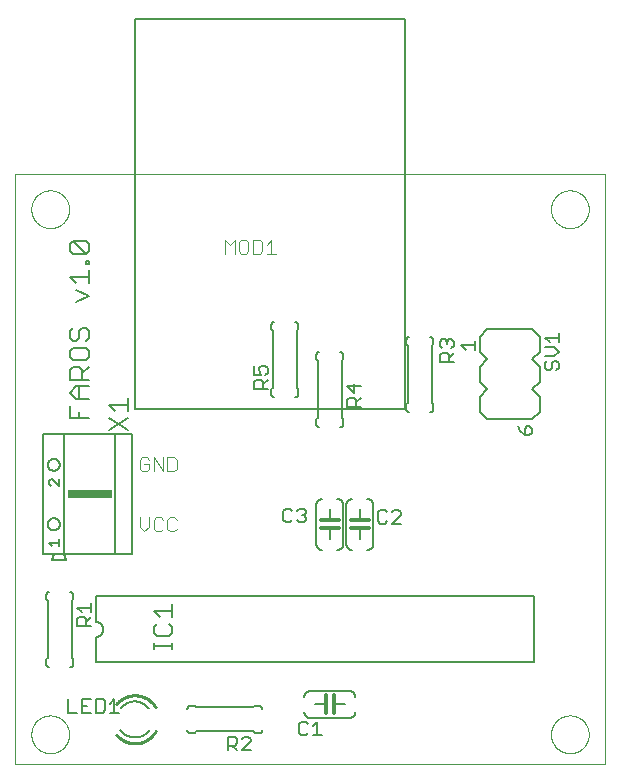
<source format=gto>
G75*
%MOIN*%
%OFA0B0*%
%FSLAX25Y25*%
%IPPOS*%
%LPD*%
%AMOC8*
5,1,8,0,0,1.08239X$1,22.5*
%
%ADD10C,0.00000*%
%ADD11C,0.00600*%
%ADD12C,0.00400*%
%ADD13C,0.01200*%
%ADD14C,0.00500*%
%ADD15C,0.00700*%
%ADD16C,0.01000*%
%ADD17R,0.15000X0.03000*%
D10*
X0011800Y0011800D02*
X0011800Y0208650D01*
X0208650Y0208650D01*
X0208650Y0011800D01*
X0011800Y0011800D01*
X0017312Y0021800D02*
X0017314Y0021958D01*
X0017320Y0022116D01*
X0017330Y0022274D01*
X0017344Y0022432D01*
X0017362Y0022589D01*
X0017383Y0022746D01*
X0017409Y0022902D01*
X0017439Y0023058D01*
X0017472Y0023213D01*
X0017510Y0023366D01*
X0017551Y0023519D01*
X0017596Y0023671D01*
X0017645Y0023822D01*
X0017698Y0023971D01*
X0017754Y0024119D01*
X0017814Y0024265D01*
X0017878Y0024410D01*
X0017946Y0024553D01*
X0018017Y0024695D01*
X0018091Y0024835D01*
X0018169Y0024972D01*
X0018251Y0025108D01*
X0018335Y0025242D01*
X0018424Y0025373D01*
X0018515Y0025502D01*
X0018610Y0025629D01*
X0018707Y0025754D01*
X0018808Y0025876D01*
X0018912Y0025995D01*
X0019019Y0026112D01*
X0019129Y0026226D01*
X0019242Y0026337D01*
X0019357Y0026446D01*
X0019475Y0026551D01*
X0019596Y0026653D01*
X0019719Y0026753D01*
X0019845Y0026849D01*
X0019973Y0026942D01*
X0020103Y0027032D01*
X0020236Y0027118D01*
X0020371Y0027202D01*
X0020507Y0027281D01*
X0020646Y0027358D01*
X0020787Y0027430D01*
X0020929Y0027500D01*
X0021073Y0027565D01*
X0021219Y0027627D01*
X0021366Y0027685D01*
X0021515Y0027740D01*
X0021665Y0027791D01*
X0021816Y0027838D01*
X0021968Y0027881D01*
X0022121Y0027920D01*
X0022276Y0027956D01*
X0022431Y0027987D01*
X0022587Y0028015D01*
X0022743Y0028039D01*
X0022900Y0028059D01*
X0023058Y0028075D01*
X0023215Y0028087D01*
X0023374Y0028095D01*
X0023532Y0028099D01*
X0023690Y0028099D01*
X0023848Y0028095D01*
X0024007Y0028087D01*
X0024164Y0028075D01*
X0024322Y0028059D01*
X0024479Y0028039D01*
X0024635Y0028015D01*
X0024791Y0027987D01*
X0024946Y0027956D01*
X0025101Y0027920D01*
X0025254Y0027881D01*
X0025406Y0027838D01*
X0025557Y0027791D01*
X0025707Y0027740D01*
X0025856Y0027685D01*
X0026003Y0027627D01*
X0026149Y0027565D01*
X0026293Y0027500D01*
X0026435Y0027430D01*
X0026576Y0027358D01*
X0026715Y0027281D01*
X0026851Y0027202D01*
X0026986Y0027118D01*
X0027119Y0027032D01*
X0027249Y0026942D01*
X0027377Y0026849D01*
X0027503Y0026753D01*
X0027626Y0026653D01*
X0027747Y0026551D01*
X0027865Y0026446D01*
X0027980Y0026337D01*
X0028093Y0026226D01*
X0028203Y0026112D01*
X0028310Y0025995D01*
X0028414Y0025876D01*
X0028515Y0025754D01*
X0028612Y0025629D01*
X0028707Y0025502D01*
X0028798Y0025373D01*
X0028887Y0025242D01*
X0028971Y0025108D01*
X0029053Y0024972D01*
X0029131Y0024835D01*
X0029205Y0024695D01*
X0029276Y0024553D01*
X0029344Y0024410D01*
X0029408Y0024265D01*
X0029468Y0024119D01*
X0029524Y0023971D01*
X0029577Y0023822D01*
X0029626Y0023671D01*
X0029671Y0023519D01*
X0029712Y0023366D01*
X0029750Y0023213D01*
X0029783Y0023058D01*
X0029813Y0022902D01*
X0029839Y0022746D01*
X0029860Y0022589D01*
X0029878Y0022432D01*
X0029892Y0022274D01*
X0029902Y0022116D01*
X0029908Y0021958D01*
X0029910Y0021800D01*
X0029908Y0021642D01*
X0029902Y0021484D01*
X0029892Y0021326D01*
X0029878Y0021168D01*
X0029860Y0021011D01*
X0029839Y0020854D01*
X0029813Y0020698D01*
X0029783Y0020542D01*
X0029750Y0020387D01*
X0029712Y0020234D01*
X0029671Y0020081D01*
X0029626Y0019929D01*
X0029577Y0019778D01*
X0029524Y0019629D01*
X0029468Y0019481D01*
X0029408Y0019335D01*
X0029344Y0019190D01*
X0029276Y0019047D01*
X0029205Y0018905D01*
X0029131Y0018765D01*
X0029053Y0018628D01*
X0028971Y0018492D01*
X0028887Y0018358D01*
X0028798Y0018227D01*
X0028707Y0018098D01*
X0028612Y0017971D01*
X0028515Y0017846D01*
X0028414Y0017724D01*
X0028310Y0017605D01*
X0028203Y0017488D01*
X0028093Y0017374D01*
X0027980Y0017263D01*
X0027865Y0017154D01*
X0027747Y0017049D01*
X0027626Y0016947D01*
X0027503Y0016847D01*
X0027377Y0016751D01*
X0027249Y0016658D01*
X0027119Y0016568D01*
X0026986Y0016482D01*
X0026851Y0016398D01*
X0026715Y0016319D01*
X0026576Y0016242D01*
X0026435Y0016170D01*
X0026293Y0016100D01*
X0026149Y0016035D01*
X0026003Y0015973D01*
X0025856Y0015915D01*
X0025707Y0015860D01*
X0025557Y0015809D01*
X0025406Y0015762D01*
X0025254Y0015719D01*
X0025101Y0015680D01*
X0024946Y0015644D01*
X0024791Y0015613D01*
X0024635Y0015585D01*
X0024479Y0015561D01*
X0024322Y0015541D01*
X0024164Y0015525D01*
X0024007Y0015513D01*
X0023848Y0015505D01*
X0023690Y0015501D01*
X0023532Y0015501D01*
X0023374Y0015505D01*
X0023215Y0015513D01*
X0023058Y0015525D01*
X0022900Y0015541D01*
X0022743Y0015561D01*
X0022587Y0015585D01*
X0022431Y0015613D01*
X0022276Y0015644D01*
X0022121Y0015680D01*
X0021968Y0015719D01*
X0021816Y0015762D01*
X0021665Y0015809D01*
X0021515Y0015860D01*
X0021366Y0015915D01*
X0021219Y0015973D01*
X0021073Y0016035D01*
X0020929Y0016100D01*
X0020787Y0016170D01*
X0020646Y0016242D01*
X0020507Y0016319D01*
X0020371Y0016398D01*
X0020236Y0016482D01*
X0020103Y0016568D01*
X0019973Y0016658D01*
X0019845Y0016751D01*
X0019719Y0016847D01*
X0019596Y0016947D01*
X0019475Y0017049D01*
X0019357Y0017154D01*
X0019242Y0017263D01*
X0019129Y0017374D01*
X0019019Y0017488D01*
X0018912Y0017605D01*
X0018808Y0017724D01*
X0018707Y0017846D01*
X0018610Y0017971D01*
X0018515Y0018098D01*
X0018424Y0018227D01*
X0018335Y0018358D01*
X0018251Y0018492D01*
X0018169Y0018628D01*
X0018091Y0018765D01*
X0018017Y0018905D01*
X0017946Y0019047D01*
X0017878Y0019190D01*
X0017814Y0019335D01*
X0017754Y0019481D01*
X0017698Y0019629D01*
X0017645Y0019778D01*
X0017596Y0019929D01*
X0017551Y0020081D01*
X0017510Y0020234D01*
X0017472Y0020387D01*
X0017439Y0020542D01*
X0017409Y0020698D01*
X0017383Y0020854D01*
X0017362Y0021011D01*
X0017344Y0021168D01*
X0017330Y0021326D01*
X0017320Y0021484D01*
X0017314Y0021642D01*
X0017312Y0021800D01*
X0017312Y0196839D02*
X0017314Y0196997D01*
X0017320Y0197155D01*
X0017330Y0197313D01*
X0017344Y0197471D01*
X0017362Y0197628D01*
X0017383Y0197785D01*
X0017409Y0197941D01*
X0017439Y0198097D01*
X0017472Y0198252D01*
X0017510Y0198405D01*
X0017551Y0198558D01*
X0017596Y0198710D01*
X0017645Y0198861D01*
X0017698Y0199010D01*
X0017754Y0199158D01*
X0017814Y0199304D01*
X0017878Y0199449D01*
X0017946Y0199592D01*
X0018017Y0199734D01*
X0018091Y0199874D01*
X0018169Y0200011D01*
X0018251Y0200147D01*
X0018335Y0200281D01*
X0018424Y0200412D01*
X0018515Y0200541D01*
X0018610Y0200668D01*
X0018707Y0200793D01*
X0018808Y0200915D01*
X0018912Y0201034D01*
X0019019Y0201151D01*
X0019129Y0201265D01*
X0019242Y0201376D01*
X0019357Y0201485D01*
X0019475Y0201590D01*
X0019596Y0201692D01*
X0019719Y0201792D01*
X0019845Y0201888D01*
X0019973Y0201981D01*
X0020103Y0202071D01*
X0020236Y0202157D01*
X0020371Y0202241D01*
X0020507Y0202320D01*
X0020646Y0202397D01*
X0020787Y0202469D01*
X0020929Y0202539D01*
X0021073Y0202604D01*
X0021219Y0202666D01*
X0021366Y0202724D01*
X0021515Y0202779D01*
X0021665Y0202830D01*
X0021816Y0202877D01*
X0021968Y0202920D01*
X0022121Y0202959D01*
X0022276Y0202995D01*
X0022431Y0203026D01*
X0022587Y0203054D01*
X0022743Y0203078D01*
X0022900Y0203098D01*
X0023058Y0203114D01*
X0023215Y0203126D01*
X0023374Y0203134D01*
X0023532Y0203138D01*
X0023690Y0203138D01*
X0023848Y0203134D01*
X0024007Y0203126D01*
X0024164Y0203114D01*
X0024322Y0203098D01*
X0024479Y0203078D01*
X0024635Y0203054D01*
X0024791Y0203026D01*
X0024946Y0202995D01*
X0025101Y0202959D01*
X0025254Y0202920D01*
X0025406Y0202877D01*
X0025557Y0202830D01*
X0025707Y0202779D01*
X0025856Y0202724D01*
X0026003Y0202666D01*
X0026149Y0202604D01*
X0026293Y0202539D01*
X0026435Y0202469D01*
X0026576Y0202397D01*
X0026715Y0202320D01*
X0026851Y0202241D01*
X0026986Y0202157D01*
X0027119Y0202071D01*
X0027249Y0201981D01*
X0027377Y0201888D01*
X0027503Y0201792D01*
X0027626Y0201692D01*
X0027747Y0201590D01*
X0027865Y0201485D01*
X0027980Y0201376D01*
X0028093Y0201265D01*
X0028203Y0201151D01*
X0028310Y0201034D01*
X0028414Y0200915D01*
X0028515Y0200793D01*
X0028612Y0200668D01*
X0028707Y0200541D01*
X0028798Y0200412D01*
X0028887Y0200281D01*
X0028971Y0200147D01*
X0029053Y0200011D01*
X0029131Y0199874D01*
X0029205Y0199734D01*
X0029276Y0199592D01*
X0029344Y0199449D01*
X0029408Y0199304D01*
X0029468Y0199158D01*
X0029524Y0199010D01*
X0029577Y0198861D01*
X0029626Y0198710D01*
X0029671Y0198558D01*
X0029712Y0198405D01*
X0029750Y0198252D01*
X0029783Y0198097D01*
X0029813Y0197941D01*
X0029839Y0197785D01*
X0029860Y0197628D01*
X0029878Y0197471D01*
X0029892Y0197313D01*
X0029902Y0197155D01*
X0029908Y0196997D01*
X0029910Y0196839D01*
X0029908Y0196681D01*
X0029902Y0196523D01*
X0029892Y0196365D01*
X0029878Y0196207D01*
X0029860Y0196050D01*
X0029839Y0195893D01*
X0029813Y0195737D01*
X0029783Y0195581D01*
X0029750Y0195426D01*
X0029712Y0195273D01*
X0029671Y0195120D01*
X0029626Y0194968D01*
X0029577Y0194817D01*
X0029524Y0194668D01*
X0029468Y0194520D01*
X0029408Y0194374D01*
X0029344Y0194229D01*
X0029276Y0194086D01*
X0029205Y0193944D01*
X0029131Y0193804D01*
X0029053Y0193667D01*
X0028971Y0193531D01*
X0028887Y0193397D01*
X0028798Y0193266D01*
X0028707Y0193137D01*
X0028612Y0193010D01*
X0028515Y0192885D01*
X0028414Y0192763D01*
X0028310Y0192644D01*
X0028203Y0192527D01*
X0028093Y0192413D01*
X0027980Y0192302D01*
X0027865Y0192193D01*
X0027747Y0192088D01*
X0027626Y0191986D01*
X0027503Y0191886D01*
X0027377Y0191790D01*
X0027249Y0191697D01*
X0027119Y0191607D01*
X0026986Y0191521D01*
X0026851Y0191437D01*
X0026715Y0191358D01*
X0026576Y0191281D01*
X0026435Y0191209D01*
X0026293Y0191139D01*
X0026149Y0191074D01*
X0026003Y0191012D01*
X0025856Y0190954D01*
X0025707Y0190899D01*
X0025557Y0190848D01*
X0025406Y0190801D01*
X0025254Y0190758D01*
X0025101Y0190719D01*
X0024946Y0190683D01*
X0024791Y0190652D01*
X0024635Y0190624D01*
X0024479Y0190600D01*
X0024322Y0190580D01*
X0024164Y0190564D01*
X0024007Y0190552D01*
X0023848Y0190544D01*
X0023690Y0190540D01*
X0023532Y0190540D01*
X0023374Y0190544D01*
X0023215Y0190552D01*
X0023058Y0190564D01*
X0022900Y0190580D01*
X0022743Y0190600D01*
X0022587Y0190624D01*
X0022431Y0190652D01*
X0022276Y0190683D01*
X0022121Y0190719D01*
X0021968Y0190758D01*
X0021816Y0190801D01*
X0021665Y0190848D01*
X0021515Y0190899D01*
X0021366Y0190954D01*
X0021219Y0191012D01*
X0021073Y0191074D01*
X0020929Y0191139D01*
X0020787Y0191209D01*
X0020646Y0191281D01*
X0020507Y0191358D01*
X0020371Y0191437D01*
X0020236Y0191521D01*
X0020103Y0191607D01*
X0019973Y0191697D01*
X0019845Y0191790D01*
X0019719Y0191886D01*
X0019596Y0191986D01*
X0019475Y0192088D01*
X0019357Y0192193D01*
X0019242Y0192302D01*
X0019129Y0192413D01*
X0019019Y0192527D01*
X0018912Y0192644D01*
X0018808Y0192763D01*
X0018707Y0192885D01*
X0018610Y0193010D01*
X0018515Y0193137D01*
X0018424Y0193266D01*
X0018335Y0193397D01*
X0018251Y0193531D01*
X0018169Y0193667D01*
X0018091Y0193804D01*
X0018017Y0193944D01*
X0017946Y0194086D01*
X0017878Y0194229D01*
X0017814Y0194374D01*
X0017754Y0194520D01*
X0017698Y0194668D01*
X0017645Y0194817D01*
X0017596Y0194968D01*
X0017551Y0195120D01*
X0017510Y0195273D01*
X0017472Y0195426D01*
X0017439Y0195581D01*
X0017409Y0195737D01*
X0017383Y0195893D01*
X0017362Y0196050D01*
X0017344Y0196207D01*
X0017330Y0196365D01*
X0017320Y0196523D01*
X0017314Y0196681D01*
X0017312Y0196839D01*
X0190540Y0196839D02*
X0190542Y0196997D01*
X0190548Y0197155D01*
X0190558Y0197313D01*
X0190572Y0197471D01*
X0190590Y0197628D01*
X0190611Y0197785D01*
X0190637Y0197941D01*
X0190667Y0198097D01*
X0190700Y0198252D01*
X0190738Y0198405D01*
X0190779Y0198558D01*
X0190824Y0198710D01*
X0190873Y0198861D01*
X0190926Y0199010D01*
X0190982Y0199158D01*
X0191042Y0199304D01*
X0191106Y0199449D01*
X0191174Y0199592D01*
X0191245Y0199734D01*
X0191319Y0199874D01*
X0191397Y0200011D01*
X0191479Y0200147D01*
X0191563Y0200281D01*
X0191652Y0200412D01*
X0191743Y0200541D01*
X0191838Y0200668D01*
X0191935Y0200793D01*
X0192036Y0200915D01*
X0192140Y0201034D01*
X0192247Y0201151D01*
X0192357Y0201265D01*
X0192470Y0201376D01*
X0192585Y0201485D01*
X0192703Y0201590D01*
X0192824Y0201692D01*
X0192947Y0201792D01*
X0193073Y0201888D01*
X0193201Y0201981D01*
X0193331Y0202071D01*
X0193464Y0202157D01*
X0193599Y0202241D01*
X0193735Y0202320D01*
X0193874Y0202397D01*
X0194015Y0202469D01*
X0194157Y0202539D01*
X0194301Y0202604D01*
X0194447Y0202666D01*
X0194594Y0202724D01*
X0194743Y0202779D01*
X0194893Y0202830D01*
X0195044Y0202877D01*
X0195196Y0202920D01*
X0195349Y0202959D01*
X0195504Y0202995D01*
X0195659Y0203026D01*
X0195815Y0203054D01*
X0195971Y0203078D01*
X0196128Y0203098D01*
X0196286Y0203114D01*
X0196443Y0203126D01*
X0196602Y0203134D01*
X0196760Y0203138D01*
X0196918Y0203138D01*
X0197076Y0203134D01*
X0197235Y0203126D01*
X0197392Y0203114D01*
X0197550Y0203098D01*
X0197707Y0203078D01*
X0197863Y0203054D01*
X0198019Y0203026D01*
X0198174Y0202995D01*
X0198329Y0202959D01*
X0198482Y0202920D01*
X0198634Y0202877D01*
X0198785Y0202830D01*
X0198935Y0202779D01*
X0199084Y0202724D01*
X0199231Y0202666D01*
X0199377Y0202604D01*
X0199521Y0202539D01*
X0199663Y0202469D01*
X0199804Y0202397D01*
X0199943Y0202320D01*
X0200079Y0202241D01*
X0200214Y0202157D01*
X0200347Y0202071D01*
X0200477Y0201981D01*
X0200605Y0201888D01*
X0200731Y0201792D01*
X0200854Y0201692D01*
X0200975Y0201590D01*
X0201093Y0201485D01*
X0201208Y0201376D01*
X0201321Y0201265D01*
X0201431Y0201151D01*
X0201538Y0201034D01*
X0201642Y0200915D01*
X0201743Y0200793D01*
X0201840Y0200668D01*
X0201935Y0200541D01*
X0202026Y0200412D01*
X0202115Y0200281D01*
X0202199Y0200147D01*
X0202281Y0200011D01*
X0202359Y0199874D01*
X0202433Y0199734D01*
X0202504Y0199592D01*
X0202572Y0199449D01*
X0202636Y0199304D01*
X0202696Y0199158D01*
X0202752Y0199010D01*
X0202805Y0198861D01*
X0202854Y0198710D01*
X0202899Y0198558D01*
X0202940Y0198405D01*
X0202978Y0198252D01*
X0203011Y0198097D01*
X0203041Y0197941D01*
X0203067Y0197785D01*
X0203088Y0197628D01*
X0203106Y0197471D01*
X0203120Y0197313D01*
X0203130Y0197155D01*
X0203136Y0196997D01*
X0203138Y0196839D01*
X0203136Y0196681D01*
X0203130Y0196523D01*
X0203120Y0196365D01*
X0203106Y0196207D01*
X0203088Y0196050D01*
X0203067Y0195893D01*
X0203041Y0195737D01*
X0203011Y0195581D01*
X0202978Y0195426D01*
X0202940Y0195273D01*
X0202899Y0195120D01*
X0202854Y0194968D01*
X0202805Y0194817D01*
X0202752Y0194668D01*
X0202696Y0194520D01*
X0202636Y0194374D01*
X0202572Y0194229D01*
X0202504Y0194086D01*
X0202433Y0193944D01*
X0202359Y0193804D01*
X0202281Y0193667D01*
X0202199Y0193531D01*
X0202115Y0193397D01*
X0202026Y0193266D01*
X0201935Y0193137D01*
X0201840Y0193010D01*
X0201743Y0192885D01*
X0201642Y0192763D01*
X0201538Y0192644D01*
X0201431Y0192527D01*
X0201321Y0192413D01*
X0201208Y0192302D01*
X0201093Y0192193D01*
X0200975Y0192088D01*
X0200854Y0191986D01*
X0200731Y0191886D01*
X0200605Y0191790D01*
X0200477Y0191697D01*
X0200347Y0191607D01*
X0200214Y0191521D01*
X0200079Y0191437D01*
X0199943Y0191358D01*
X0199804Y0191281D01*
X0199663Y0191209D01*
X0199521Y0191139D01*
X0199377Y0191074D01*
X0199231Y0191012D01*
X0199084Y0190954D01*
X0198935Y0190899D01*
X0198785Y0190848D01*
X0198634Y0190801D01*
X0198482Y0190758D01*
X0198329Y0190719D01*
X0198174Y0190683D01*
X0198019Y0190652D01*
X0197863Y0190624D01*
X0197707Y0190600D01*
X0197550Y0190580D01*
X0197392Y0190564D01*
X0197235Y0190552D01*
X0197076Y0190544D01*
X0196918Y0190540D01*
X0196760Y0190540D01*
X0196602Y0190544D01*
X0196443Y0190552D01*
X0196286Y0190564D01*
X0196128Y0190580D01*
X0195971Y0190600D01*
X0195815Y0190624D01*
X0195659Y0190652D01*
X0195504Y0190683D01*
X0195349Y0190719D01*
X0195196Y0190758D01*
X0195044Y0190801D01*
X0194893Y0190848D01*
X0194743Y0190899D01*
X0194594Y0190954D01*
X0194447Y0191012D01*
X0194301Y0191074D01*
X0194157Y0191139D01*
X0194015Y0191209D01*
X0193874Y0191281D01*
X0193735Y0191358D01*
X0193599Y0191437D01*
X0193464Y0191521D01*
X0193331Y0191607D01*
X0193201Y0191697D01*
X0193073Y0191790D01*
X0192947Y0191886D01*
X0192824Y0191986D01*
X0192703Y0192088D01*
X0192585Y0192193D01*
X0192470Y0192302D01*
X0192357Y0192413D01*
X0192247Y0192527D01*
X0192140Y0192644D01*
X0192036Y0192763D01*
X0191935Y0192885D01*
X0191838Y0193010D01*
X0191743Y0193137D01*
X0191652Y0193266D01*
X0191563Y0193397D01*
X0191479Y0193531D01*
X0191397Y0193667D01*
X0191319Y0193804D01*
X0191245Y0193944D01*
X0191174Y0194086D01*
X0191106Y0194229D01*
X0191042Y0194374D01*
X0190982Y0194520D01*
X0190926Y0194668D01*
X0190873Y0194817D01*
X0190824Y0194968D01*
X0190779Y0195120D01*
X0190738Y0195273D01*
X0190700Y0195426D01*
X0190667Y0195581D01*
X0190637Y0195737D01*
X0190611Y0195893D01*
X0190590Y0196050D01*
X0190572Y0196207D01*
X0190558Y0196365D01*
X0190548Y0196523D01*
X0190542Y0196681D01*
X0190540Y0196839D01*
X0190540Y0021800D02*
X0190542Y0021958D01*
X0190548Y0022116D01*
X0190558Y0022274D01*
X0190572Y0022432D01*
X0190590Y0022589D01*
X0190611Y0022746D01*
X0190637Y0022902D01*
X0190667Y0023058D01*
X0190700Y0023213D01*
X0190738Y0023366D01*
X0190779Y0023519D01*
X0190824Y0023671D01*
X0190873Y0023822D01*
X0190926Y0023971D01*
X0190982Y0024119D01*
X0191042Y0024265D01*
X0191106Y0024410D01*
X0191174Y0024553D01*
X0191245Y0024695D01*
X0191319Y0024835D01*
X0191397Y0024972D01*
X0191479Y0025108D01*
X0191563Y0025242D01*
X0191652Y0025373D01*
X0191743Y0025502D01*
X0191838Y0025629D01*
X0191935Y0025754D01*
X0192036Y0025876D01*
X0192140Y0025995D01*
X0192247Y0026112D01*
X0192357Y0026226D01*
X0192470Y0026337D01*
X0192585Y0026446D01*
X0192703Y0026551D01*
X0192824Y0026653D01*
X0192947Y0026753D01*
X0193073Y0026849D01*
X0193201Y0026942D01*
X0193331Y0027032D01*
X0193464Y0027118D01*
X0193599Y0027202D01*
X0193735Y0027281D01*
X0193874Y0027358D01*
X0194015Y0027430D01*
X0194157Y0027500D01*
X0194301Y0027565D01*
X0194447Y0027627D01*
X0194594Y0027685D01*
X0194743Y0027740D01*
X0194893Y0027791D01*
X0195044Y0027838D01*
X0195196Y0027881D01*
X0195349Y0027920D01*
X0195504Y0027956D01*
X0195659Y0027987D01*
X0195815Y0028015D01*
X0195971Y0028039D01*
X0196128Y0028059D01*
X0196286Y0028075D01*
X0196443Y0028087D01*
X0196602Y0028095D01*
X0196760Y0028099D01*
X0196918Y0028099D01*
X0197076Y0028095D01*
X0197235Y0028087D01*
X0197392Y0028075D01*
X0197550Y0028059D01*
X0197707Y0028039D01*
X0197863Y0028015D01*
X0198019Y0027987D01*
X0198174Y0027956D01*
X0198329Y0027920D01*
X0198482Y0027881D01*
X0198634Y0027838D01*
X0198785Y0027791D01*
X0198935Y0027740D01*
X0199084Y0027685D01*
X0199231Y0027627D01*
X0199377Y0027565D01*
X0199521Y0027500D01*
X0199663Y0027430D01*
X0199804Y0027358D01*
X0199943Y0027281D01*
X0200079Y0027202D01*
X0200214Y0027118D01*
X0200347Y0027032D01*
X0200477Y0026942D01*
X0200605Y0026849D01*
X0200731Y0026753D01*
X0200854Y0026653D01*
X0200975Y0026551D01*
X0201093Y0026446D01*
X0201208Y0026337D01*
X0201321Y0026226D01*
X0201431Y0026112D01*
X0201538Y0025995D01*
X0201642Y0025876D01*
X0201743Y0025754D01*
X0201840Y0025629D01*
X0201935Y0025502D01*
X0202026Y0025373D01*
X0202115Y0025242D01*
X0202199Y0025108D01*
X0202281Y0024972D01*
X0202359Y0024835D01*
X0202433Y0024695D01*
X0202504Y0024553D01*
X0202572Y0024410D01*
X0202636Y0024265D01*
X0202696Y0024119D01*
X0202752Y0023971D01*
X0202805Y0023822D01*
X0202854Y0023671D01*
X0202899Y0023519D01*
X0202940Y0023366D01*
X0202978Y0023213D01*
X0203011Y0023058D01*
X0203041Y0022902D01*
X0203067Y0022746D01*
X0203088Y0022589D01*
X0203106Y0022432D01*
X0203120Y0022274D01*
X0203130Y0022116D01*
X0203136Y0021958D01*
X0203138Y0021800D01*
X0203136Y0021642D01*
X0203130Y0021484D01*
X0203120Y0021326D01*
X0203106Y0021168D01*
X0203088Y0021011D01*
X0203067Y0020854D01*
X0203041Y0020698D01*
X0203011Y0020542D01*
X0202978Y0020387D01*
X0202940Y0020234D01*
X0202899Y0020081D01*
X0202854Y0019929D01*
X0202805Y0019778D01*
X0202752Y0019629D01*
X0202696Y0019481D01*
X0202636Y0019335D01*
X0202572Y0019190D01*
X0202504Y0019047D01*
X0202433Y0018905D01*
X0202359Y0018765D01*
X0202281Y0018628D01*
X0202199Y0018492D01*
X0202115Y0018358D01*
X0202026Y0018227D01*
X0201935Y0018098D01*
X0201840Y0017971D01*
X0201743Y0017846D01*
X0201642Y0017724D01*
X0201538Y0017605D01*
X0201431Y0017488D01*
X0201321Y0017374D01*
X0201208Y0017263D01*
X0201093Y0017154D01*
X0200975Y0017049D01*
X0200854Y0016947D01*
X0200731Y0016847D01*
X0200605Y0016751D01*
X0200477Y0016658D01*
X0200347Y0016568D01*
X0200214Y0016482D01*
X0200079Y0016398D01*
X0199943Y0016319D01*
X0199804Y0016242D01*
X0199663Y0016170D01*
X0199521Y0016100D01*
X0199377Y0016035D01*
X0199231Y0015973D01*
X0199084Y0015915D01*
X0198935Y0015860D01*
X0198785Y0015809D01*
X0198634Y0015762D01*
X0198482Y0015719D01*
X0198329Y0015680D01*
X0198174Y0015644D01*
X0198019Y0015613D01*
X0197863Y0015585D01*
X0197707Y0015561D01*
X0197550Y0015541D01*
X0197392Y0015525D01*
X0197235Y0015513D01*
X0197076Y0015505D01*
X0196918Y0015501D01*
X0196760Y0015501D01*
X0196602Y0015505D01*
X0196443Y0015513D01*
X0196286Y0015525D01*
X0196128Y0015541D01*
X0195971Y0015561D01*
X0195815Y0015585D01*
X0195659Y0015613D01*
X0195504Y0015644D01*
X0195349Y0015680D01*
X0195196Y0015719D01*
X0195044Y0015762D01*
X0194893Y0015809D01*
X0194743Y0015860D01*
X0194594Y0015915D01*
X0194447Y0015973D01*
X0194301Y0016035D01*
X0194157Y0016100D01*
X0194015Y0016170D01*
X0193874Y0016242D01*
X0193735Y0016319D01*
X0193599Y0016398D01*
X0193464Y0016482D01*
X0193331Y0016568D01*
X0193201Y0016658D01*
X0193073Y0016751D01*
X0192947Y0016847D01*
X0192824Y0016947D01*
X0192703Y0017049D01*
X0192585Y0017154D01*
X0192470Y0017263D01*
X0192357Y0017374D01*
X0192247Y0017488D01*
X0192140Y0017605D01*
X0192036Y0017724D01*
X0191935Y0017846D01*
X0191838Y0017971D01*
X0191743Y0018098D01*
X0191652Y0018227D01*
X0191563Y0018358D01*
X0191479Y0018492D01*
X0191397Y0018628D01*
X0191319Y0018765D01*
X0191245Y0018905D01*
X0191174Y0019047D01*
X0191106Y0019190D01*
X0191042Y0019335D01*
X0190982Y0019481D01*
X0190926Y0019629D01*
X0190873Y0019778D01*
X0190824Y0019929D01*
X0190779Y0020081D01*
X0190738Y0020234D01*
X0190700Y0020387D01*
X0190667Y0020542D01*
X0190637Y0020698D01*
X0190611Y0020854D01*
X0190590Y0021011D01*
X0190572Y0021168D01*
X0190558Y0021326D01*
X0190548Y0021484D01*
X0190542Y0021642D01*
X0190540Y0021800D01*
D11*
X0184800Y0045800D02*
X0184800Y0067800D01*
X0038800Y0067800D01*
X0038800Y0059300D01*
X0038898Y0059298D01*
X0038996Y0059292D01*
X0039094Y0059283D01*
X0039191Y0059269D01*
X0039288Y0059252D01*
X0039384Y0059231D01*
X0039479Y0059206D01*
X0039573Y0059178D01*
X0039665Y0059145D01*
X0039757Y0059110D01*
X0039847Y0059070D01*
X0039935Y0059028D01*
X0040022Y0058981D01*
X0040106Y0058932D01*
X0040189Y0058879D01*
X0040269Y0058823D01*
X0040348Y0058763D01*
X0040424Y0058701D01*
X0040497Y0058636D01*
X0040568Y0058568D01*
X0040636Y0058497D01*
X0040701Y0058424D01*
X0040763Y0058348D01*
X0040823Y0058269D01*
X0040879Y0058189D01*
X0040932Y0058106D01*
X0040981Y0058022D01*
X0041028Y0057935D01*
X0041070Y0057847D01*
X0041110Y0057757D01*
X0041145Y0057665D01*
X0041178Y0057573D01*
X0041206Y0057479D01*
X0041231Y0057384D01*
X0041252Y0057288D01*
X0041269Y0057191D01*
X0041283Y0057094D01*
X0041292Y0056996D01*
X0041298Y0056898D01*
X0041300Y0056800D01*
X0041298Y0056702D01*
X0041292Y0056604D01*
X0041283Y0056506D01*
X0041269Y0056409D01*
X0041252Y0056312D01*
X0041231Y0056216D01*
X0041206Y0056121D01*
X0041178Y0056027D01*
X0041145Y0055935D01*
X0041110Y0055843D01*
X0041070Y0055753D01*
X0041028Y0055665D01*
X0040981Y0055578D01*
X0040932Y0055494D01*
X0040879Y0055411D01*
X0040823Y0055331D01*
X0040763Y0055252D01*
X0040701Y0055176D01*
X0040636Y0055103D01*
X0040568Y0055032D01*
X0040497Y0054964D01*
X0040424Y0054899D01*
X0040348Y0054837D01*
X0040269Y0054777D01*
X0040189Y0054721D01*
X0040106Y0054668D01*
X0040022Y0054619D01*
X0039935Y0054572D01*
X0039847Y0054530D01*
X0039757Y0054490D01*
X0039665Y0054455D01*
X0039573Y0054422D01*
X0039479Y0054394D01*
X0039384Y0054369D01*
X0039288Y0054348D01*
X0039191Y0054331D01*
X0039094Y0054317D01*
X0038996Y0054308D01*
X0038898Y0054302D01*
X0038800Y0054300D01*
X0038800Y0045800D01*
X0184800Y0045800D01*
X0131300Y0085300D02*
X0131300Y0098300D01*
X0131298Y0098387D01*
X0131292Y0098474D01*
X0131283Y0098561D01*
X0131270Y0098647D01*
X0131253Y0098733D01*
X0131232Y0098818D01*
X0131207Y0098901D01*
X0131179Y0098984D01*
X0131148Y0099065D01*
X0131113Y0099145D01*
X0131074Y0099223D01*
X0131032Y0099300D01*
X0130987Y0099375D01*
X0130938Y0099447D01*
X0130887Y0099518D01*
X0130832Y0099586D01*
X0130775Y0099651D01*
X0130714Y0099714D01*
X0130651Y0099775D01*
X0130586Y0099832D01*
X0130518Y0099887D01*
X0130447Y0099938D01*
X0130375Y0099987D01*
X0130300Y0100032D01*
X0130223Y0100074D01*
X0130145Y0100113D01*
X0130065Y0100148D01*
X0129984Y0100179D01*
X0129901Y0100207D01*
X0129818Y0100232D01*
X0129733Y0100253D01*
X0129647Y0100270D01*
X0129561Y0100283D01*
X0129474Y0100292D01*
X0129387Y0100298D01*
X0129300Y0100300D01*
X0126800Y0096800D02*
X0126800Y0093100D01*
X0126800Y0090600D02*
X0126800Y0086800D01*
X0129300Y0083300D02*
X0129387Y0083302D01*
X0129474Y0083308D01*
X0129561Y0083317D01*
X0129647Y0083330D01*
X0129733Y0083347D01*
X0129818Y0083368D01*
X0129901Y0083393D01*
X0129984Y0083421D01*
X0130065Y0083452D01*
X0130145Y0083487D01*
X0130223Y0083526D01*
X0130300Y0083568D01*
X0130375Y0083613D01*
X0130447Y0083662D01*
X0130518Y0083713D01*
X0130586Y0083768D01*
X0130651Y0083825D01*
X0130714Y0083886D01*
X0130775Y0083949D01*
X0130832Y0084014D01*
X0130887Y0084082D01*
X0130938Y0084153D01*
X0130987Y0084225D01*
X0131032Y0084300D01*
X0131074Y0084377D01*
X0131113Y0084455D01*
X0131148Y0084535D01*
X0131179Y0084616D01*
X0131207Y0084699D01*
X0131232Y0084782D01*
X0131253Y0084867D01*
X0131270Y0084953D01*
X0131283Y0085039D01*
X0131292Y0085126D01*
X0131298Y0085213D01*
X0131300Y0085300D01*
X0124300Y0083300D02*
X0124213Y0083302D01*
X0124126Y0083308D01*
X0124039Y0083317D01*
X0123953Y0083330D01*
X0123867Y0083347D01*
X0123782Y0083368D01*
X0123699Y0083393D01*
X0123616Y0083421D01*
X0123535Y0083452D01*
X0123455Y0083487D01*
X0123377Y0083526D01*
X0123300Y0083568D01*
X0123225Y0083613D01*
X0123153Y0083662D01*
X0123082Y0083713D01*
X0123014Y0083768D01*
X0122949Y0083825D01*
X0122886Y0083886D01*
X0122825Y0083949D01*
X0122768Y0084014D01*
X0122713Y0084082D01*
X0122662Y0084153D01*
X0122613Y0084225D01*
X0122568Y0084300D01*
X0122526Y0084377D01*
X0122487Y0084455D01*
X0122452Y0084535D01*
X0122421Y0084616D01*
X0122393Y0084699D01*
X0122368Y0084782D01*
X0122347Y0084867D01*
X0122330Y0084953D01*
X0122317Y0085039D01*
X0122308Y0085126D01*
X0122302Y0085213D01*
X0122300Y0085300D01*
X0122300Y0098300D01*
X0121300Y0098300D02*
X0121300Y0085300D01*
X0121298Y0085213D01*
X0121292Y0085126D01*
X0121283Y0085039D01*
X0121270Y0084953D01*
X0121253Y0084867D01*
X0121232Y0084782D01*
X0121207Y0084699D01*
X0121179Y0084616D01*
X0121148Y0084535D01*
X0121113Y0084455D01*
X0121074Y0084377D01*
X0121032Y0084300D01*
X0120987Y0084225D01*
X0120938Y0084153D01*
X0120887Y0084082D01*
X0120832Y0084014D01*
X0120775Y0083949D01*
X0120714Y0083886D01*
X0120651Y0083825D01*
X0120586Y0083768D01*
X0120518Y0083713D01*
X0120447Y0083662D01*
X0120375Y0083613D01*
X0120300Y0083568D01*
X0120223Y0083526D01*
X0120145Y0083487D01*
X0120065Y0083452D01*
X0119984Y0083421D01*
X0119901Y0083393D01*
X0119818Y0083368D01*
X0119733Y0083347D01*
X0119647Y0083330D01*
X0119561Y0083317D01*
X0119474Y0083308D01*
X0119387Y0083302D01*
X0119300Y0083300D01*
X0116800Y0086800D02*
X0116800Y0090600D01*
X0116800Y0093100D02*
X0116800Y0096800D01*
X0114300Y0100300D02*
X0114213Y0100298D01*
X0114126Y0100292D01*
X0114039Y0100283D01*
X0113953Y0100270D01*
X0113867Y0100253D01*
X0113782Y0100232D01*
X0113699Y0100207D01*
X0113616Y0100179D01*
X0113535Y0100148D01*
X0113455Y0100113D01*
X0113377Y0100074D01*
X0113300Y0100032D01*
X0113225Y0099987D01*
X0113153Y0099938D01*
X0113082Y0099887D01*
X0113014Y0099832D01*
X0112949Y0099775D01*
X0112886Y0099714D01*
X0112825Y0099651D01*
X0112768Y0099586D01*
X0112713Y0099518D01*
X0112662Y0099447D01*
X0112613Y0099375D01*
X0112568Y0099300D01*
X0112526Y0099223D01*
X0112487Y0099145D01*
X0112452Y0099065D01*
X0112421Y0098984D01*
X0112393Y0098901D01*
X0112368Y0098818D01*
X0112347Y0098733D01*
X0112330Y0098647D01*
X0112317Y0098561D01*
X0112308Y0098474D01*
X0112302Y0098387D01*
X0112300Y0098300D01*
X0112300Y0085300D01*
X0112302Y0085213D01*
X0112308Y0085126D01*
X0112317Y0085039D01*
X0112330Y0084953D01*
X0112347Y0084867D01*
X0112368Y0084782D01*
X0112393Y0084699D01*
X0112421Y0084616D01*
X0112452Y0084535D01*
X0112487Y0084455D01*
X0112526Y0084377D01*
X0112568Y0084300D01*
X0112613Y0084225D01*
X0112662Y0084153D01*
X0112713Y0084082D01*
X0112768Y0084014D01*
X0112825Y0083949D01*
X0112886Y0083886D01*
X0112949Y0083825D01*
X0113014Y0083768D01*
X0113082Y0083713D01*
X0113153Y0083662D01*
X0113225Y0083613D01*
X0113300Y0083568D01*
X0113377Y0083526D01*
X0113455Y0083487D01*
X0113535Y0083452D01*
X0113616Y0083421D01*
X0113699Y0083393D01*
X0113782Y0083368D01*
X0113867Y0083347D01*
X0113953Y0083330D01*
X0114039Y0083317D01*
X0114126Y0083308D01*
X0114213Y0083302D01*
X0114300Y0083300D01*
X0121300Y0098300D02*
X0121298Y0098387D01*
X0121292Y0098474D01*
X0121283Y0098561D01*
X0121270Y0098647D01*
X0121253Y0098733D01*
X0121232Y0098818D01*
X0121207Y0098901D01*
X0121179Y0098984D01*
X0121148Y0099065D01*
X0121113Y0099145D01*
X0121074Y0099223D01*
X0121032Y0099300D01*
X0120987Y0099375D01*
X0120938Y0099447D01*
X0120887Y0099518D01*
X0120832Y0099586D01*
X0120775Y0099651D01*
X0120714Y0099714D01*
X0120651Y0099775D01*
X0120586Y0099832D01*
X0120518Y0099887D01*
X0120447Y0099938D01*
X0120375Y0099987D01*
X0120300Y0100032D01*
X0120223Y0100074D01*
X0120145Y0100113D01*
X0120065Y0100148D01*
X0119984Y0100179D01*
X0119901Y0100207D01*
X0119818Y0100232D01*
X0119733Y0100253D01*
X0119647Y0100270D01*
X0119561Y0100283D01*
X0119474Y0100292D01*
X0119387Y0100298D01*
X0119300Y0100300D01*
X0122300Y0098300D02*
X0122302Y0098387D01*
X0122308Y0098474D01*
X0122317Y0098561D01*
X0122330Y0098647D01*
X0122347Y0098733D01*
X0122368Y0098818D01*
X0122393Y0098901D01*
X0122421Y0098984D01*
X0122452Y0099065D01*
X0122487Y0099145D01*
X0122526Y0099223D01*
X0122568Y0099300D01*
X0122613Y0099375D01*
X0122662Y0099447D01*
X0122713Y0099518D01*
X0122768Y0099586D01*
X0122825Y0099651D01*
X0122886Y0099714D01*
X0122949Y0099775D01*
X0123014Y0099832D01*
X0123082Y0099887D01*
X0123153Y0099938D01*
X0123225Y0099987D01*
X0123300Y0100032D01*
X0123377Y0100074D01*
X0123455Y0100113D01*
X0123535Y0100148D01*
X0123616Y0100179D01*
X0123699Y0100207D01*
X0123782Y0100232D01*
X0123867Y0100253D01*
X0123953Y0100270D01*
X0124039Y0100283D01*
X0124126Y0100292D01*
X0124213Y0100298D01*
X0124300Y0100300D01*
X0121300Y0125300D02*
X0121300Y0126800D01*
X0120800Y0127300D01*
X0120800Y0146300D01*
X0121300Y0146800D01*
X0121300Y0148300D01*
X0121298Y0148360D01*
X0121293Y0148421D01*
X0121284Y0148480D01*
X0121271Y0148539D01*
X0121255Y0148598D01*
X0121235Y0148655D01*
X0121212Y0148710D01*
X0121185Y0148765D01*
X0121156Y0148817D01*
X0121123Y0148868D01*
X0121087Y0148917D01*
X0121049Y0148963D01*
X0121007Y0149007D01*
X0120963Y0149049D01*
X0120917Y0149087D01*
X0120868Y0149123D01*
X0120817Y0149156D01*
X0120765Y0149185D01*
X0120710Y0149212D01*
X0120655Y0149235D01*
X0120598Y0149255D01*
X0120539Y0149271D01*
X0120480Y0149284D01*
X0120421Y0149293D01*
X0120360Y0149298D01*
X0120300Y0149300D01*
X0113300Y0149300D02*
X0113240Y0149298D01*
X0113179Y0149293D01*
X0113120Y0149284D01*
X0113061Y0149271D01*
X0113002Y0149255D01*
X0112945Y0149235D01*
X0112890Y0149212D01*
X0112835Y0149185D01*
X0112783Y0149156D01*
X0112732Y0149123D01*
X0112683Y0149087D01*
X0112637Y0149049D01*
X0112593Y0149007D01*
X0112551Y0148963D01*
X0112513Y0148917D01*
X0112477Y0148868D01*
X0112444Y0148817D01*
X0112415Y0148765D01*
X0112388Y0148710D01*
X0112365Y0148655D01*
X0112345Y0148598D01*
X0112329Y0148539D01*
X0112316Y0148480D01*
X0112307Y0148421D01*
X0112302Y0148360D01*
X0112300Y0148300D01*
X0112300Y0146800D01*
X0112800Y0146300D01*
X0112800Y0127300D01*
X0112300Y0126800D01*
X0112300Y0125300D01*
X0112302Y0125240D01*
X0112307Y0125179D01*
X0112316Y0125120D01*
X0112329Y0125061D01*
X0112345Y0125002D01*
X0112365Y0124945D01*
X0112388Y0124890D01*
X0112415Y0124835D01*
X0112444Y0124783D01*
X0112477Y0124732D01*
X0112513Y0124683D01*
X0112551Y0124637D01*
X0112593Y0124593D01*
X0112637Y0124551D01*
X0112683Y0124513D01*
X0112732Y0124477D01*
X0112783Y0124444D01*
X0112835Y0124415D01*
X0112890Y0124388D01*
X0112945Y0124365D01*
X0113002Y0124345D01*
X0113061Y0124329D01*
X0113120Y0124316D01*
X0113179Y0124307D01*
X0113240Y0124302D01*
X0113300Y0124300D01*
X0120300Y0124300D02*
X0120360Y0124302D01*
X0120421Y0124307D01*
X0120480Y0124316D01*
X0120539Y0124329D01*
X0120598Y0124345D01*
X0120655Y0124365D01*
X0120710Y0124388D01*
X0120765Y0124415D01*
X0120817Y0124444D01*
X0120868Y0124477D01*
X0120917Y0124513D01*
X0120963Y0124551D01*
X0121007Y0124593D01*
X0121049Y0124637D01*
X0121087Y0124683D01*
X0121123Y0124732D01*
X0121156Y0124783D01*
X0121185Y0124835D01*
X0121212Y0124890D01*
X0121235Y0124945D01*
X0121255Y0125002D01*
X0121271Y0125061D01*
X0121284Y0125120D01*
X0121293Y0125179D01*
X0121298Y0125240D01*
X0121300Y0125300D01*
X0106300Y0135300D02*
X0106300Y0136800D01*
X0105800Y0137300D01*
X0105800Y0156300D01*
X0106300Y0156800D01*
X0106300Y0158300D01*
X0106298Y0158360D01*
X0106293Y0158421D01*
X0106284Y0158480D01*
X0106271Y0158539D01*
X0106255Y0158598D01*
X0106235Y0158655D01*
X0106212Y0158710D01*
X0106185Y0158765D01*
X0106156Y0158817D01*
X0106123Y0158868D01*
X0106087Y0158917D01*
X0106049Y0158963D01*
X0106007Y0159007D01*
X0105963Y0159049D01*
X0105917Y0159087D01*
X0105868Y0159123D01*
X0105817Y0159156D01*
X0105765Y0159185D01*
X0105710Y0159212D01*
X0105655Y0159235D01*
X0105598Y0159255D01*
X0105539Y0159271D01*
X0105480Y0159284D01*
X0105421Y0159293D01*
X0105360Y0159298D01*
X0105300Y0159300D01*
X0098300Y0159300D02*
X0098240Y0159298D01*
X0098179Y0159293D01*
X0098120Y0159284D01*
X0098061Y0159271D01*
X0098002Y0159255D01*
X0097945Y0159235D01*
X0097890Y0159212D01*
X0097835Y0159185D01*
X0097783Y0159156D01*
X0097732Y0159123D01*
X0097683Y0159087D01*
X0097637Y0159049D01*
X0097593Y0159007D01*
X0097551Y0158963D01*
X0097513Y0158917D01*
X0097477Y0158868D01*
X0097444Y0158817D01*
X0097415Y0158765D01*
X0097388Y0158710D01*
X0097365Y0158655D01*
X0097345Y0158598D01*
X0097329Y0158539D01*
X0097316Y0158480D01*
X0097307Y0158421D01*
X0097302Y0158360D01*
X0097300Y0158300D01*
X0097300Y0156800D01*
X0097800Y0156300D01*
X0097800Y0137300D01*
X0097300Y0136800D01*
X0097300Y0135300D01*
X0097302Y0135240D01*
X0097307Y0135179D01*
X0097316Y0135120D01*
X0097329Y0135061D01*
X0097345Y0135002D01*
X0097365Y0134945D01*
X0097388Y0134890D01*
X0097415Y0134835D01*
X0097444Y0134783D01*
X0097477Y0134732D01*
X0097513Y0134683D01*
X0097551Y0134637D01*
X0097593Y0134593D01*
X0097637Y0134551D01*
X0097683Y0134513D01*
X0097732Y0134477D01*
X0097783Y0134444D01*
X0097835Y0134415D01*
X0097890Y0134388D01*
X0097945Y0134365D01*
X0098002Y0134345D01*
X0098061Y0134329D01*
X0098120Y0134316D01*
X0098179Y0134307D01*
X0098240Y0134302D01*
X0098300Y0134300D01*
X0105300Y0134300D02*
X0105360Y0134302D01*
X0105421Y0134307D01*
X0105480Y0134316D01*
X0105539Y0134329D01*
X0105598Y0134345D01*
X0105655Y0134365D01*
X0105710Y0134388D01*
X0105765Y0134415D01*
X0105817Y0134444D01*
X0105868Y0134477D01*
X0105917Y0134513D01*
X0105963Y0134551D01*
X0106007Y0134593D01*
X0106049Y0134637D01*
X0106087Y0134683D01*
X0106123Y0134732D01*
X0106156Y0134783D01*
X0106185Y0134835D01*
X0106212Y0134890D01*
X0106235Y0134945D01*
X0106255Y0135002D01*
X0106271Y0135061D01*
X0106284Y0135120D01*
X0106293Y0135179D01*
X0106298Y0135240D01*
X0106300Y0135300D01*
X0142300Y0131800D02*
X0142300Y0130300D01*
X0142302Y0130240D01*
X0142307Y0130179D01*
X0142316Y0130120D01*
X0142329Y0130061D01*
X0142345Y0130002D01*
X0142365Y0129945D01*
X0142388Y0129890D01*
X0142415Y0129835D01*
X0142444Y0129783D01*
X0142477Y0129732D01*
X0142513Y0129683D01*
X0142551Y0129637D01*
X0142593Y0129593D01*
X0142637Y0129551D01*
X0142683Y0129513D01*
X0142732Y0129477D01*
X0142783Y0129444D01*
X0142835Y0129415D01*
X0142890Y0129388D01*
X0142945Y0129365D01*
X0143002Y0129345D01*
X0143061Y0129329D01*
X0143120Y0129316D01*
X0143179Y0129307D01*
X0143240Y0129302D01*
X0143300Y0129300D01*
X0142300Y0131800D02*
X0142800Y0132300D01*
X0142800Y0151300D01*
X0142300Y0151800D01*
X0142300Y0153300D01*
X0142302Y0153360D01*
X0142307Y0153421D01*
X0142316Y0153480D01*
X0142329Y0153539D01*
X0142345Y0153598D01*
X0142365Y0153655D01*
X0142388Y0153710D01*
X0142415Y0153765D01*
X0142444Y0153817D01*
X0142477Y0153868D01*
X0142513Y0153917D01*
X0142551Y0153963D01*
X0142593Y0154007D01*
X0142637Y0154049D01*
X0142683Y0154087D01*
X0142732Y0154123D01*
X0142783Y0154156D01*
X0142835Y0154185D01*
X0142890Y0154212D01*
X0142945Y0154235D01*
X0143002Y0154255D01*
X0143061Y0154271D01*
X0143120Y0154284D01*
X0143179Y0154293D01*
X0143240Y0154298D01*
X0143300Y0154300D01*
X0150300Y0154300D02*
X0150360Y0154298D01*
X0150421Y0154293D01*
X0150480Y0154284D01*
X0150539Y0154271D01*
X0150598Y0154255D01*
X0150655Y0154235D01*
X0150710Y0154212D01*
X0150765Y0154185D01*
X0150817Y0154156D01*
X0150868Y0154123D01*
X0150917Y0154087D01*
X0150963Y0154049D01*
X0151007Y0154007D01*
X0151049Y0153963D01*
X0151087Y0153917D01*
X0151123Y0153868D01*
X0151156Y0153817D01*
X0151185Y0153765D01*
X0151212Y0153710D01*
X0151235Y0153655D01*
X0151255Y0153598D01*
X0151271Y0153539D01*
X0151284Y0153480D01*
X0151293Y0153421D01*
X0151298Y0153360D01*
X0151300Y0153300D01*
X0151300Y0151800D01*
X0150800Y0151300D01*
X0150800Y0132300D01*
X0151300Y0131800D01*
X0151300Y0130300D01*
X0151298Y0130240D01*
X0151293Y0130179D01*
X0151284Y0130120D01*
X0151271Y0130061D01*
X0151255Y0130002D01*
X0151235Y0129945D01*
X0151212Y0129890D01*
X0151185Y0129835D01*
X0151156Y0129783D01*
X0151123Y0129732D01*
X0151087Y0129683D01*
X0151049Y0129637D01*
X0151007Y0129593D01*
X0150963Y0129551D01*
X0150917Y0129513D01*
X0150868Y0129477D01*
X0150817Y0129444D01*
X0150765Y0129415D01*
X0150710Y0129388D01*
X0150655Y0129365D01*
X0150598Y0129345D01*
X0150539Y0129329D01*
X0150480Y0129316D01*
X0150421Y0129307D01*
X0150360Y0129302D01*
X0150300Y0129300D01*
X0166800Y0129300D02*
X0166800Y0134300D01*
X0169300Y0136800D01*
X0166800Y0139300D01*
X0166800Y0144300D01*
X0169300Y0146800D01*
X0166800Y0149300D01*
X0166800Y0154300D01*
X0169300Y0156800D01*
X0184300Y0156800D01*
X0186800Y0154300D01*
X0186800Y0149300D01*
X0184300Y0146800D01*
X0186800Y0144300D01*
X0186800Y0139300D01*
X0184300Y0136800D01*
X0186800Y0134300D01*
X0186800Y0129300D01*
X0184300Y0126800D01*
X0169300Y0126800D01*
X0166800Y0129300D01*
X0123300Y0036300D02*
X0110300Y0036300D01*
X0110213Y0036298D01*
X0110126Y0036292D01*
X0110039Y0036283D01*
X0109953Y0036270D01*
X0109867Y0036253D01*
X0109782Y0036232D01*
X0109699Y0036207D01*
X0109616Y0036179D01*
X0109535Y0036148D01*
X0109455Y0036113D01*
X0109377Y0036074D01*
X0109300Y0036032D01*
X0109225Y0035987D01*
X0109153Y0035938D01*
X0109082Y0035887D01*
X0109014Y0035832D01*
X0108949Y0035775D01*
X0108886Y0035714D01*
X0108825Y0035651D01*
X0108768Y0035586D01*
X0108713Y0035518D01*
X0108662Y0035447D01*
X0108613Y0035375D01*
X0108568Y0035300D01*
X0108526Y0035223D01*
X0108487Y0035145D01*
X0108452Y0035065D01*
X0108421Y0034984D01*
X0108393Y0034901D01*
X0108368Y0034818D01*
X0108347Y0034733D01*
X0108330Y0034647D01*
X0108317Y0034561D01*
X0108308Y0034474D01*
X0108302Y0034387D01*
X0108300Y0034300D01*
X0111800Y0031800D02*
X0115600Y0031800D01*
X0118100Y0031800D02*
X0121800Y0031800D01*
X0125300Y0029300D02*
X0125298Y0029213D01*
X0125292Y0029126D01*
X0125283Y0029039D01*
X0125270Y0028953D01*
X0125253Y0028867D01*
X0125232Y0028782D01*
X0125207Y0028699D01*
X0125179Y0028616D01*
X0125148Y0028535D01*
X0125113Y0028455D01*
X0125074Y0028377D01*
X0125032Y0028300D01*
X0124987Y0028225D01*
X0124938Y0028153D01*
X0124887Y0028082D01*
X0124832Y0028014D01*
X0124775Y0027949D01*
X0124714Y0027886D01*
X0124651Y0027825D01*
X0124586Y0027768D01*
X0124518Y0027713D01*
X0124447Y0027662D01*
X0124375Y0027613D01*
X0124300Y0027568D01*
X0124223Y0027526D01*
X0124145Y0027487D01*
X0124065Y0027452D01*
X0123984Y0027421D01*
X0123901Y0027393D01*
X0123818Y0027368D01*
X0123733Y0027347D01*
X0123647Y0027330D01*
X0123561Y0027317D01*
X0123474Y0027308D01*
X0123387Y0027302D01*
X0123300Y0027300D01*
X0110300Y0027300D01*
X0110213Y0027302D01*
X0110126Y0027308D01*
X0110039Y0027317D01*
X0109953Y0027330D01*
X0109867Y0027347D01*
X0109782Y0027368D01*
X0109699Y0027393D01*
X0109616Y0027421D01*
X0109535Y0027452D01*
X0109455Y0027487D01*
X0109377Y0027526D01*
X0109300Y0027568D01*
X0109225Y0027613D01*
X0109153Y0027662D01*
X0109082Y0027713D01*
X0109014Y0027768D01*
X0108949Y0027825D01*
X0108886Y0027886D01*
X0108825Y0027949D01*
X0108768Y0028014D01*
X0108713Y0028082D01*
X0108662Y0028153D01*
X0108613Y0028225D01*
X0108568Y0028300D01*
X0108526Y0028377D01*
X0108487Y0028455D01*
X0108452Y0028535D01*
X0108421Y0028616D01*
X0108393Y0028699D01*
X0108368Y0028782D01*
X0108347Y0028867D01*
X0108330Y0028953D01*
X0108317Y0029039D01*
X0108308Y0029126D01*
X0108302Y0029213D01*
X0108300Y0029300D01*
X0094300Y0030300D02*
X0094298Y0030360D01*
X0094293Y0030421D01*
X0094284Y0030480D01*
X0094271Y0030539D01*
X0094255Y0030598D01*
X0094235Y0030655D01*
X0094212Y0030710D01*
X0094185Y0030765D01*
X0094156Y0030817D01*
X0094123Y0030868D01*
X0094087Y0030917D01*
X0094049Y0030963D01*
X0094007Y0031007D01*
X0093963Y0031049D01*
X0093917Y0031087D01*
X0093868Y0031123D01*
X0093817Y0031156D01*
X0093765Y0031185D01*
X0093710Y0031212D01*
X0093655Y0031235D01*
X0093598Y0031255D01*
X0093539Y0031271D01*
X0093480Y0031284D01*
X0093421Y0031293D01*
X0093360Y0031298D01*
X0093300Y0031300D01*
X0091800Y0031300D01*
X0091300Y0030800D01*
X0072300Y0030800D01*
X0071800Y0031300D01*
X0070300Y0031300D01*
X0070240Y0031298D01*
X0070179Y0031293D01*
X0070120Y0031284D01*
X0070061Y0031271D01*
X0070002Y0031255D01*
X0069945Y0031235D01*
X0069890Y0031212D01*
X0069835Y0031185D01*
X0069783Y0031156D01*
X0069732Y0031123D01*
X0069683Y0031087D01*
X0069637Y0031049D01*
X0069593Y0031007D01*
X0069551Y0030963D01*
X0069513Y0030917D01*
X0069477Y0030868D01*
X0069444Y0030817D01*
X0069415Y0030765D01*
X0069388Y0030710D01*
X0069365Y0030655D01*
X0069345Y0030598D01*
X0069329Y0030539D01*
X0069316Y0030480D01*
X0069307Y0030421D01*
X0069302Y0030360D01*
X0069300Y0030300D01*
X0069300Y0023300D02*
X0069302Y0023240D01*
X0069307Y0023179D01*
X0069316Y0023120D01*
X0069329Y0023061D01*
X0069345Y0023002D01*
X0069365Y0022945D01*
X0069388Y0022890D01*
X0069415Y0022835D01*
X0069444Y0022783D01*
X0069477Y0022732D01*
X0069513Y0022683D01*
X0069551Y0022637D01*
X0069593Y0022593D01*
X0069637Y0022551D01*
X0069683Y0022513D01*
X0069732Y0022477D01*
X0069783Y0022444D01*
X0069835Y0022415D01*
X0069890Y0022388D01*
X0069945Y0022365D01*
X0070002Y0022345D01*
X0070061Y0022329D01*
X0070120Y0022316D01*
X0070179Y0022307D01*
X0070240Y0022302D01*
X0070300Y0022300D01*
X0071800Y0022300D01*
X0072300Y0022800D01*
X0091300Y0022800D01*
X0091800Y0022300D01*
X0093300Y0022300D01*
X0093360Y0022302D01*
X0093421Y0022307D01*
X0093480Y0022316D01*
X0093539Y0022329D01*
X0093598Y0022345D01*
X0093655Y0022365D01*
X0093710Y0022388D01*
X0093765Y0022415D01*
X0093817Y0022444D01*
X0093868Y0022477D01*
X0093917Y0022513D01*
X0093963Y0022551D01*
X0094007Y0022593D01*
X0094049Y0022637D01*
X0094087Y0022683D01*
X0094123Y0022732D01*
X0094156Y0022783D01*
X0094185Y0022835D01*
X0094212Y0022890D01*
X0094235Y0022945D01*
X0094255Y0023002D01*
X0094271Y0023061D01*
X0094284Y0023120D01*
X0094293Y0023179D01*
X0094298Y0023240D01*
X0094300Y0023300D01*
X0123300Y0036300D02*
X0123387Y0036298D01*
X0123474Y0036292D01*
X0123561Y0036283D01*
X0123647Y0036270D01*
X0123733Y0036253D01*
X0123818Y0036232D01*
X0123901Y0036207D01*
X0123984Y0036179D01*
X0124065Y0036148D01*
X0124145Y0036113D01*
X0124223Y0036074D01*
X0124300Y0036032D01*
X0124375Y0035987D01*
X0124447Y0035938D01*
X0124518Y0035887D01*
X0124586Y0035832D01*
X0124651Y0035775D01*
X0124714Y0035714D01*
X0124775Y0035651D01*
X0124832Y0035586D01*
X0124887Y0035518D01*
X0124938Y0035447D01*
X0124987Y0035375D01*
X0125032Y0035300D01*
X0125074Y0035223D01*
X0125113Y0035145D01*
X0125148Y0035065D01*
X0125179Y0034984D01*
X0125207Y0034901D01*
X0125232Y0034818D01*
X0125253Y0034733D01*
X0125270Y0034647D01*
X0125283Y0034561D01*
X0125292Y0034474D01*
X0125298Y0034387D01*
X0125300Y0034300D01*
X0051800Y0020800D02*
X0051646Y0020802D01*
X0051492Y0020808D01*
X0051338Y0020818D01*
X0051184Y0020832D01*
X0051031Y0020849D01*
X0050879Y0020871D01*
X0050727Y0020897D01*
X0050575Y0020926D01*
X0050425Y0020960D01*
X0050275Y0020997D01*
X0050127Y0021038D01*
X0049979Y0021083D01*
X0049833Y0021132D01*
X0049688Y0021184D01*
X0049545Y0021240D01*
X0049402Y0021300D01*
X0049262Y0021363D01*
X0049123Y0021430D01*
X0048986Y0021501D01*
X0048851Y0021575D01*
X0048718Y0021652D01*
X0048586Y0021733D01*
X0048457Y0021817D01*
X0048330Y0021905D01*
X0048206Y0021996D01*
X0048084Y0022089D01*
X0047964Y0022187D01*
X0047847Y0022287D01*
X0047732Y0022390D01*
X0047620Y0022496D01*
X0047511Y0022604D01*
X0047405Y0022716D01*
X0047301Y0022830D01*
X0047201Y0022947D01*
X0047103Y0023066D01*
X0047009Y0023188D01*
X0046918Y0023313D01*
X0051800Y0032800D02*
X0051952Y0032798D01*
X0052103Y0032792D01*
X0052254Y0032783D01*
X0052406Y0032769D01*
X0052556Y0032752D01*
X0052706Y0032731D01*
X0052856Y0032706D01*
X0053005Y0032678D01*
X0053153Y0032645D01*
X0053300Y0032609D01*
X0053447Y0032570D01*
X0053592Y0032526D01*
X0053736Y0032479D01*
X0053879Y0032428D01*
X0054020Y0032374D01*
X0054161Y0032316D01*
X0054299Y0032255D01*
X0054436Y0032190D01*
X0054572Y0032121D01*
X0054705Y0032050D01*
X0054837Y0031975D01*
X0054967Y0031896D01*
X0055094Y0031815D01*
X0055220Y0031730D01*
X0055344Y0031642D01*
X0055465Y0031551D01*
X0055584Y0031457D01*
X0055700Y0031359D01*
X0055814Y0031259D01*
X0055926Y0031157D01*
X0056034Y0031051D01*
X0056140Y0030943D01*
X0056244Y0030832D01*
X0056344Y0030718D01*
X0056442Y0030602D01*
X0056536Y0030483D01*
X0051800Y0032800D02*
X0051648Y0032798D01*
X0051497Y0032792D01*
X0051346Y0032783D01*
X0051194Y0032769D01*
X0051044Y0032752D01*
X0050894Y0032731D01*
X0050744Y0032706D01*
X0050595Y0032678D01*
X0050447Y0032645D01*
X0050300Y0032609D01*
X0050153Y0032570D01*
X0050008Y0032526D01*
X0049864Y0032479D01*
X0049721Y0032428D01*
X0049580Y0032374D01*
X0049439Y0032316D01*
X0049301Y0032255D01*
X0049164Y0032190D01*
X0049028Y0032121D01*
X0048895Y0032050D01*
X0048763Y0031975D01*
X0048633Y0031896D01*
X0048506Y0031815D01*
X0048380Y0031730D01*
X0048256Y0031642D01*
X0048135Y0031551D01*
X0048016Y0031457D01*
X0047900Y0031359D01*
X0047786Y0031259D01*
X0047674Y0031157D01*
X0047566Y0031051D01*
X0047460Y0030943D01*
X0047356Y0030832D01*
X0047256Y0030718D01*
X0047158Y0030602D01*
X0047064Y0030483D01*
X0051800Y0020800D02*
X0051950Y0020802D01*
X0052101Y0020808D01*
X0052251Y0020817D01*
X0052400Y0020830D01*
X0052550Y0020847D01*
X0052699Y0020868D01*
X0052847Y0020892D01*
X0052995Y0020920D01*
X0053142Y0020952D01*
X0053288Y0020987D01*
X0053433Y0021027D01*
X0053577Y0021069D01*
X0053720Y0021116D01*
X0053862Y0021166D01*
X0054003Y0021219D01*
X0054142Y0021276D01*
X0054280Y0021336D01*
X0054416Y0021400D01*
X0054550Y0021467D01*
X0054683Y0021538D01*
X0054814Y0021612D01*
X0054943Y0021689D01*
X0055070Y0021770D01*
X0055195Y0021853D01*
X0055318Y0021940D01*
X0055439Y0022029D01*
X0055557Y0022122D01*
X0055673Y0022218D01*
X0055787Y0022316D01*
X0055898Y0022417D01*
X0056007Y0022522D01*
X0056112Y0022628D01*
X0056216Y0022738D01*
X0056316Y0022850D01*
X0056414Y0022964D01*
X0056508Y0023081D01*
X0056600Y0023200D01*
X0031300Y0045300D02*
X0031300Y0046800D01*
X0030800Y0047300D01*
X0030800Y0066300D01*
X0031300Y0066800D01*
X0031300Y0068300D01*
X0031298Y0068360D01*
X0031293Y0068421D01*
X0031284Y0068480D01*
X0031271Y0068539D01*
X0031255Y0068598D01*
X0031235Y0068655D01*
X0031212Y0068710D01*
X0031185Y0068765D01*
X0031156Y0068817D01*
X0031123Y0068868D01*
X0031087Y0068917D01*
X0031049Y0068963D01*
X0031007Y0069007D01*
X0030963Y0069049D01*
X0030917Y0069087D01*
X0030868Y0069123D01*
X0030817Y0069156D01*
X0030765Y0069185D01*
X0030710Y0069212D01*
X0030655Y0069235D01*
X0030598Y0069255D01*
X0030539Y0069271D01*
X0030480Y0069284D01*
X0030421Y0069293D01*
X0030360Y0069298D01*
X0030300Y0069300D01*
X0023300Y0069300D02*
X0023240Y0069298D01*
X0023179Y0069293D01*
X0023120Y0069284D01*
X0023061Y0069271D01*
X0023002Y0069255D01*
X0022945Y0069235D01*
X0022890Y0069212D01*
X0022835Y0069185D01*
X0022783Y0069156D01*
X0022732Y0069123D01*
X0022683Y0069087D01*
X0022637Y0069049D01*
X0022593Y0069007D01*
X0022551Y0068963D01*
X0022513Y0068917D01*
X0022477Y0068868D01*
X0022444Y0068817D01*
X0022415Y0068765D01*
X0022388Y0068710D01*
X0022365Y0068655D01*
X0022345Y0068598D01*
X0022329Y0068539D01*
X0022316Y0068480D01*
X0022307Y0068421D01*
X0022302Y0068360D01*
X0022300Y0068300D01*
X0022300Y0066800D01*
X0022800Y0066300D01*
X0022800Y0047300D01*
X0022300Y0046800D01*
X0022300Y0045300D01*
X0022302Y0045240D01*
X0022307Y0045179D01*
X0022316Y0045120D01*
X0022329Y0045061D01*
X0022345Y0045002D01*
X0022365Y0044945D01*
X0022388Y0044890D01*
X0022415Y0044835D01*
X0022444Y0044783D01*
X0022477Y0044732D01*
X0022513Y0044683D01*
X0022551Y0044637D01*
X0022593Y0044593D01*
X0022637Y0044551D01*
X0022683Y0044513D01*
X0022732Y0044477D01*
X0022783Y0044444D01*
X0022835Y0044415D01*
X0022890Y0044388D01*
X0022945Y0044365D01*
X0023002Y0044345D01*
X0023061Y0044329D01*
X0023120Y0044316D01*
X0023179Y0044307D01*
X0023240Y0044302D01*
X0023300Y0044300D01*
X0030300Y0044300D02*
X0030360Y0044302D01*
X0030421Y0044307D01*
X0030480Y0044316D01*
X0030539Y0044329D01*
X0030598Y0044345D01*
X0030655Y0044365D01*
X0030710Y0044388D01*
X0030765Y0044415D01*
X0030817Y0044444D01*
X0030868Y0044477D01*
X0030917Y0044513D01*
X0030963Y0044551D01*
X0031007Y0044593D01*
X0031049Y0044637D01*
X0031087Y0044683D01*
X0031123Y0044732D01*
X0031156Y0044783D01*
X0031185Y0044835D01*
X0031212Y0044890D01*
X0031235Y0044945D01*
X0031255Y0045002D01*
X0031271Y0045061D01*
X0031284Y0045120D01*
X0031293Y0045179D01*
X0031298Y0045240D01*
X0031300Y0045300D01*
X0028800Y0079800D02*
X0024300Y0079800D01*
X0024800Y0081800D01*
X0028300Y0081800D01*
X0045300Y0081800D01*
X0045300Y0121800D01*
X0050800Y0121800D01*
X0050800Y0081800D01*
X0045300Y0081800D01*
X0028800Y0079800D02*
X0028300Y0081800D01*
X0028300Y0121800D01*
X0045300Y0121800D01*
X0036500Y0127100D02*
X0030095Y0127100D01*
X0030095Y0131370D01*
X0032230Y0133545D02*
X0030095Y0135681D01*
X0032230Y0137816D01*
X0036500Y0137816D01*
X0036500Y0139991D02*
X0030095Y0139991D01*
X0030095Y0143194D01*
X0031162Y0144261D01*
X0033297Y0144261D01*
X0034365Y0143194D01*
X0034365Y0139991D01*
X0034365Y0142126D02*
X0036500Y0144261D01*
X0035432Y0146436D02*
X0036500Y0147504D01*
X0036500Y0149639D01*
X0035432Y0150707D01*
X0031162Y0150707D01*
X0030095Y0149639D01*
X0030095Y0147504D01*
X0031162Y0146436D01*
X0035432Y0146436D01*
X0035432Y0152882D02*
X0036500Y0153950D01*
X0036500Y0156085D01*
X0035432Y0157152D01*
X0034365Y0157152D01*
X0033297Y0156085D01*
X0033297Y0153950D01*
X0032230Y0152882D01*
X0031162Y0152882D01*
X0030095Y0153950D01*
X0030095Y0156085D01*
X0031162Y0157152D01*
X0032230Y0165773D02*
X0036500Y0167908D01*
X0032230Y0170043D01*
X0032230Y0172218D02*
X0030095Y0174354D01*
X0036500Y0174354D01*
X0036500Y0176489D02*
X0036500Y0172218D01*
X0036500Y0178664D02*
X0036500Y0179732D01*
X0035432Y0179732D01*
X0035432Y0178664D01*
X0036500Y0178664D01*
X0035432Y0181887D02*
X0031162Y0186157D01*
X0035432Y0186157D01*
X0036500Y0185089D01*
X0036500Y0182954D01*
X0035432Y0181887D01*
X0031162Y0181887D01*
X0030095Y0182954D01*
X0030095Y0185089D01*
X0031162Y0186157D01*
X0033297Y0137816D02*
X0033297Y0133545D01*
X0032230Y0133545D02*
X0036500Y0133545D01*
X0033297Y0129235D02*
X0033297Y0127100D01*
X0028300Y0121800D02*
X0021300Y0121800D01*
X0021300Y0081800D01*
X0024800Y0081800D01*
X0022800Y0091900D02*
X0022802Y0091989D01*
X0022808Y0092078D01*
X0022818Y0092167D01*
X0022832Y0092255D01*
X0022849Y0092342D01*
X0022871Y0092428D01*
X0022897Y0092514D01*
X0022926Y0092598D01*
X0022959Y0092681D01*
X0022995Y0092762D01*
X0023036Y0092842D01*
X0023079Y0092919D01*
X0023126Y0092995D01*
X0023177Y0093068D01*
X0023230Y0093139D01*
X0023287Y0093208D01*
X0023347Y0093274D01*
X0023410Y0093338D01*
X0023475Y0093398D01*
X0023543Y0093456D01*
X0023614Y0093510D01*
X0023687Y0093561D01*
X0023762Y0093609D01*
X0023839Y0093654D01*
X0023918Y0093695D01*
X0023999Y0093732D01*
X0024081Y0093766D01*
X0024165Y0093797D01*
X0024250Y0093823D01*
X0024336Y0093846D01*
X0024423Y0093864D01*
X0024511Y0093879D01*
X0024600Y0093890D01*
X0024689Y0093897D01*
X0024778Y0093900D01*
X0024867Y0093899D01*
X0024956Y0093894D01*
X0025044Y0093885D01*
X0025133Y0093872D01*
X0025220Y0093855D01*
X0025307Y0093835D01*
X0025393Y0093810D01*
X0025477Y0093782D01*
X0025560Y0093750D01*
X0025642Y0093714D01*
X0025722Y0093675D01*
X0025800Y0093632D01*
X0025876Y0093586D01*
X0025950Y0093536D01*
X0026022Y0093483D01*
X0026091Y0093427D01*
X0026158Y0093368D01*
X0026222Y0093306D01*
X0026283Y0093242D01*
X0026342Y0093174D01*
X0026397Y0093104D01*
X0026449Y0093032D01*
X0026498Y0092957D01*
X0026543Y0092881D01*
X0026585Y0092802D01*
X0026623Y0092722D01*
X0026658Y0092640D01*
X0026689Y0092556D01*
X0026717Y0092471D01*
X0026740Y0092385D01*
X0026760Y0092298D01*
X0026776Y0092211D01*
X0026788Y0092122D01*
X0026796Y0092034D01*
X0026800Y0091945D01*
X0026800Y0091855D01*
X0026796Y0091766D01*
X0026788Y0091678D01*
X0026776Y0091589D01*
X0026760Y0091502D01*
X0026740Y0091415D01*
X0026717Y0091329D01*
X0026689Y0091244D01*
X0026658Y0091160D01*
X0026623Y0091078D01*
X0026585Y0090998D01*
X0026543Y0090919D01*
X0026498Y0090843D01*
X0026449Y0090768D01*
X0026397Y0090696D01*
X0026342Y0090626D01*
X0026283Y0090558D01*
X0026222Y0090494D01*
X0026158Y0090432D01*
X0026091Y0090373D01*
X0026022Y0090317D01*
X0025950Y0090264D01*
X0025876Y0090214D01*
X0025800Y0090168D01*
X0025722Y0090125D01*
X0025642Y0090086D01*
X0025560Y0090050D01*
X0025477Y0090018D01*
X0025393Y0089990D01*
X0025307Y0089965D01*
X0025220Y0089945D01*
X0025133Y0089928D01*
X0025044Y0089915D01*
X0024956Y0089906D01*
X0024867Y0089901D01*
X0024778Y0089900D01*
X0024689Y0089903D01*
X0024600Y0089910D01*
X0024511Y0089921D01*
X0024423Y0089936D01*
X0024336Y0089954D01*
X0024250Y0089977D01*
X0024165Y0090003D01*
X0024081Y0090034D01*
X0023999Y0090068D01*
X0023918Y0090105D01*
X0023839Y0090146D01*
X0023762Y0090191D01*
X0023687Y0090239D01*
X0023614Y0090290D01*
X0023543Y0090344D01*
X0023475Y0090402D01*
X0023410Y0090462D01*
X0023347Y0090526D01*
X0023287Y0090592D01*
X0023230Y0090661D01*
X0023177Y0090732D01*
X0023126Y0090805D01*
X0023079Y0090881D01*
X0023036Y0090958D01*
X0022995Y0091038D01*
X0022959Y0091119D01*
X0022926Y0091202D01*
X0022897Y0091286D01*
X0022871Y0091372D01*
X0022849Y0091458D01*
X0022832Y0091545D01*
X0022818Y0091633D01*
X0022808Y0091722D01*
X0022802Y0091811D01*
X0022800Y0091900D01*
X0022800Y0111700D02*
X0022802Y0111789D01*
X0022808Y0111878D01*
X0022818Y0111967D01*
X0022832Y0112055D01*
X0022849Y0112142D01*
X0022871Y0112228D01*
X0022897Y0112314D01*
X0022926Y0112398D01*
X0022959Y0112481D01*
X0022995Y0112562D01*
X0023036Y0112642D01*
X0023079Y0112719D01*
X0023126Y0112795D01*
X0023177Y0112868D01*
X0023230Y0112939D01*
X0023287Y0113008D01*
X0023347Y0113074D01*
X0023410Y0113138D01*
X0023475Y0113198D01*
X0023543Y0113256D01*
X0023614Y0113310D01*
X0023687Y0113361D01*
X0023762Y0113409D01*
X0023839Y0113454D01*
X0023918Y0113495D01*
X0023999Y0113532D01*
X0024081Y0113566D01*
X0024165Y0113597D01*
X0024250Y0113623D01*
X0024336Y0113646D01*
X0024423Y0113664D01*
X0024511Y0113679D01*
X0024600Y0113690D01*
X0024689Y0113697D01*
X0024778Y0113700D01*
X0024867Y0113699D01*
X0024956Y0113694D01*
X0025044Y0113685D01*
X0025133Y0113672D01*
X0025220Y0113655D01*
X0025307Y0113635D01*
X0025393Y0113610D01*
X0025477Y0113582D01*
X0025560Y0113550D01*
X0025642Y0113514D01*
X0025722Y0113475D01*
X0025800Y0113432D01*
X0025876Y0113386D01*
X0025950Y0113336D01*
X0026022Y0113283D01*
X0026091Y0113227D01*
X0026158Y0113168D01*
X0026222Y0113106D01*
X0026283Y0113042D01*
X0026342Y0112974D01*
X0026397Y0112904D01*
X0026449Y0112832D01*
X0026498Y0112757D01*
X0026543Y0112681D01*
X0026585Y0112602D01*
X0026623Y0112522D01*
X0026658Y0112440D01*
X0026689Y0112356D01*
X0026717Y0112271D01*
X0026740Y0112185D01*
X0026760Y0112098D01*
X0026776Y0112011D01*
X0026788Y0111922D01*
X0026796Y0111834D01*
X0026800Y0111745D01*
X0026800Y0111655D01*
X0026796Y0111566D01*
X0026788Y0111478D01*
X0026776Y0111389D01*
X0026760Y0111302D01*
X0026740Y0111215D01*
X0026717Y0111129D01*
X0026689Y0111044D01*
X0026658Y0110960D01*
X0026623Y0110878D01*
X0026585Y0110798D01*
X0026543Y0110719D01*
X0026498Y0110643D01*
X0026449Y0110568D01*
X0026397Y0110496D01*
X0026342Y0110426D01*
X0026283Y0110358D01*
X0026222Y0110294D01*
X0026158Y0110232D01*
X0026091Y0110173D01*
X0026022Y0110117D01*
X0025950Y0110064D01*
X0025876Y0110014D01*
X0025800Y0109968D01*
X0025722Y0109925D01*
X0025642Y0109886D01*
X0025560Y0109850D01*
X0025477Y0109818D01*
X0025393Y0109790D01*
X0025307Y0109765D01*
X0025220Y0109745D01*
X0025133Y0109728D01*
X0025044Y0109715D01*
X0024956Y0109706D01*
X0024867Y0109701D01*
X0024778Y0109700D01*
X0024689Y0109703D01*
X0024600Y0109710D01*
X0024511Y0109721D01*
X0024423Y0109736D01*
X0024336Y0109754D01*
X0024250Y0109777D01*
X0024165Y0109803D01*
X0024081Y0109834D01*
X0023999Y0109868D01*
X0023918Y0109905D01*
X0023839Y0109946D01*
X0023762Y0109991D01*
X0023687Y0110039D01*
X0023614Y0110090D01*
X0023543Y0110144D01*
X0023475Y0110202D01*
X0023410Y0110262D01*
X0023347Y0110326D01*
X0023287Y0110392D01*
X0023230Y0110461D01*
X0023177Y0110532D01*
X0023126Y0110605D01*
X0023079Y0110681D01*
X0023036Y0110758D01*
X0022995Y0110838D01*
X0022959Y0110919D01*
X0022926Y0111002D01*
X0022897Y0111086D01*
X0022871Y0111172D01*
X0022849Y0111258D01*
X0022832Y0111345D01*
X0022818Y0111433D01*
X0022808Y0111522D01*
X0022802Y0111611D01*
X0022800Y0111700D01*
D12*
X0053500Y0110267D02*
X0054267Y0109500D01*
X0055802Y0109500D01*
X0056569Y0110267D01*
X0056569Y0111802D01*
X0055035Y0111802D01*
X0056569Y0113337D02*
X0055802Y0114104D01*
X0054267Y0114104D01*
X0053500Y0113337D01*
X0053500Y0110267D01*
X0058104Y0109500D02*
X0058104Y0114104D01*
X0061173Y0109500D01*
X0061173Y0114104D01*
X0062708Y0114104D02*
X0065010Y0114104D01*
X0065777Y0113337D01*
X0065777Y0110267D01*
X0065010Y0109500D01*
X0062708Y0109500D01*
X0062708Y0114104D01*
X0063475Y0094104D02*
X0062708Y0093337D01*
X0062708Y0090267D01*
X0063475Y0089500D01*
X0065010Y0089500D01*
X0065777Y0090267D01*
X0065777Y0093337D02*
X0065010Y0094104D01*
X0063475Y0094104D01*
X0061173Y0093337D02*
X0060406Y0094104D01*
X0058871Y0094104D01*
X0058104Y0093337D01*
X0058104Y0090267D01*
X0058871Y0089500D01*
X0060406Y0089500D01*
X0061173Y0090267D01*
X0056569Y0091035D02*
X0056569Y0094104D01*
X0053500Y0094104D02*
X0053500Y0091035D01*
X0055035Y0089500D01*
X0056569Y0091035D01*
X0082000Y0182000D02*
X0082000Y0186604D01*
X0083535Y0185069D01*
X0085069Y0186604D01*
X0085069Y0182000D01*
X0086604Y0182767D02*
X0087371Y0182000D01*
X0088906Y0182000D01*
X0089673Y0182767D01*
X0089673Y0185837D01*
X0088906Y0186604D01*
X0087371Y0186604D01*
X0086604Y0185837D01*
X0086604Y0182767D01*
X0091208Y0182000D02*
X0091208Y0186604D01*
X0093510Y0186604D01*
X0094277Y0185837D01*
X0094277Y0182767D01*
X0093510Y0182000D01*
X0091208Y0182000D01*
X0095812Y0182000D02*
X0098881Y0182000D01*
X0097346Y0182000D02*
X0097346Y0186604D01*
X0095812Y0185069D01*
D13*
X0113800Y0093100D02*
X0116800Y0093100D01*
X0119800Y0093100D01*
X0119800Y0090600D02*
X0116800Y0090600D01*
X0113800Y0090600D01*
X0123800Y0090600D02*
X0126800Y0090600D01*
X0129800Y0090600D01*
X0129800Y0093100D02*
X0126800Y0093100D01*
X0123800Y0093100D01*
X0118100Y0034800D02*
X0118100Y0031800D01*
X0118100Y0028800D01*
X0115600Y0028800D02*
X0115600Y0031800D01*
X0115600Y0034800D01*
D14*
X0112655Y0026054D02*
X0111154Y0024553D01*
X0109553Y0025303D02*
X0108802Y0026054D01*
X0107301Y0026054D01*
X0106550Y0025303D01*
X0106550Y0022301D01*
X0107301Y0021550D01*
X0108802Y0021550D01*
X0109553Y0022301D01*
X0111154Y0021550D02*
X0114156Y0021550D01*
X0112655Y0021550D02*
X0112655Y0026054D01*
X0090449Y0020303D02*
X0089698Y0021054D01*
X0088197Y0021054D01*
X0087446Y0020303D01*
X0085845Y0020303D02*
X0085845Y0018802D01*
X0085094Y0018051D01*
X0082842Y0018051D01*
X0082842Y0016550D02*
X0082842Y0021054D01*
X0085094Y0021054D01*
X0085845Y0020303D01*
X0084343Y0018051D02*
X0085845Y0016550D01*
X0087446Y0016550D02*
X0090449Y0019553D01*
X0090449Y0020303D01*
X0090449Y0016550D02*
X0087446Y0016550D01*
X0046449Y0029050D02*
X0043446Y0029050D01*
X0044947Y0029050D02*
X0044947Y0033554D01*
X0043446Y0032053D01*
X0041845Y0032803D02*
X0041094Y0033554D01*
X0038842Y0033554D01*
X0038842Y0029050D01*
X0041094Y0029050D01*
X0041845Y0029801D01*
X0041845Y0032803D01*
X0037241Y0033554D02*
X0034238Y0033554D01*
X0034238Y0029050D01*
X0037241Y0029050D01*
X0035739Y0031302D02*
X0034238Y0031302D01*
X0032637Y0029050D02*
X0029634Y0029050D01*
X0029634Y0033554D01*
X0032546Y0057842D02*
X0032546Y0060094D01*
X0033297Y0060845D01*
X0034798Y0060845D01*
X0035549Y0060094D01*
X0035549Y0057842D01*
X0037050Y0057842D02*
X0032546Y0057842D01*
X0034047Y0062446D02*
X0032546Y0063947D01*
X0037050Y0063947D01*
X0037050Y0062446D02*
X0037050Y0065449D01*
X0037050Y0060845D02*
X0035549Y0059343D01*
X0026550Y0084550D02*
X0026550Y0086819D01*
X0026550Y0085684D02*
X0023147Y0085684D01*
X0024281Y0084550D01*
X0023714Y0104550D02*
X0023147Y0105117D01*
X0023147Y0106251D01*
X0023714Y0106819D01*
X0024281Y0106819D01*
X0026550Y0104550D01*
X0026550Y0106819D01*
X0051800Y0130225D02*
X0051800Y0260225D01*
X0141800Y0260225D01*
X0141800Y0130225D01*
X0051800Y0130225D01*
X0091546Y0137050D02*
X0091546Y0139302D01*
X0092297Y0140053D01*
X0093798Y0140053D01*
X0094549Y0139302D01*
X0094549Y0137050D01*
X0096050Y0137050D02*
X0091546Y0137050D01*
X0094549Y0138551D02*
X0096050Y0140053D01*
X0095299Y0141654D02*
X0096050Y0142405D01*
X0096050Y0143906D01*
X0095299Y0144656D01*
X0093798Y0144656D01*
X0093047Y0143906D01*
X0093047Y0143155D01*
X0093798Y0141654D01*
X0091546Y0141654D01*
X0091546Y0144656D01*
X0122546Y0137906D02*
X0124798Y0135654D01*
X0124798Y0138656D01*
X0127050Y0137906D02*
X0122546Y0137906D01*
X0123297Y0134053D02*
X0124798Y0134053D01*
X0125549Y0133302D01*
X0125549Y0131050D01*
X0127050Y0131050D02*
X0122546Y0131050D01*
X0122546Y0133302D01*
X0123297Y0134053D01*
X0125549Y0132551D02*
X0127050Y0134053D01*
X0153546Y0145842D02*
X0153546Y0148094D01*
X0154297Y0148845D01*
X0155798Y0148845D01*
X0156549Y0148094D01*
X0156549Y0145842D01*
X0158050Y0145842D02*
X0153546Y0145842D01*
X0156549Y0147343D02*
X0158050Y0148845D01*
X0157299Y0150446D02*
X0158050Y0151197D01*
X0158050Y0152698D01*
X0157299Y0153449D01*
X0156549Y0153449D01*
X0155798Y0152698D01*
X0155798Y0151947D01*
X0155798Y0152698D02*
X0155047Y0153449D01*
X0154297Y0153449D01*
X0153546Y0152698D01*
X0153546Y0151197D01*
X0154297Y0150446D01*
X0160546Y0151447D02*
X0165050Y0151447D01*
X0165050Y0149946D02*
X0165050Y0152949D01*
X0162047Y0149946D02*
X0160546Y0151447D01*
X0179546Y0124449D02*
X0180297Y0122947D01*
X0181798Y0121446D01*
X0181798Y0123698D01*
X0182549Y0124449D01*
X0183299Y0124449D01*
X0184050Y0123698D01*
X0184050Y0122197D01*
X0183299Y0121446D01*
X0181798Y0121446D01*
X0189297Y0143238D02*
X0190047Y0143238D01*
X0190798Y0143989D01*
X0190798Y0145490D01*
X0191549Y0146241D01*
X0192299Y0146241D01*
X0193050Y0145490D01*
X0193050Y0143989D01*
X0192299Y0143238D01*
X0189297Y0143238D02*
X0188546Y0143989D01*
X0188546Y0145490D01*
X0189297Y0146241D01*
X0188546Y0147842D02*
X0191549Y0147842D01*
X0193050Y0149343D01*
X0191549Y0150845D01*
X0188546Y0150845D01*
X0190047Y0152446D02*
X0188546Y0153947D01*
X0193050Y0153947D01*
X0193050Y0152446D02*
X0193050Y0155449D01*
X0139698Y0096554D02*
X0140449Y0095803D01*
X0140449Y0095053D01*
X0137446Y0092050D01*
X0140449Y0092050D01*
X0139698Y0096554D02*
X0138197Y0096554D01*
X0137446Y0095803D01*
X0135845Y0095803D02*
X0135094Y0096554D01*
X0133593Y0096554D01*
X0132842Y0095803D01*
X0132842Y0092801D01*
X0133593Y0092050D01*
X0135094Y0092050D01*
X0135845Y0092801D01*
X0108949Y0093301D02*
X0108198Y0092550D01*
X0106697Y0092550D01*
X0105946Y0093301D01*
X0104345Y0093301D02*
X0103594Y0092550D01*
X0102093Y0092550D01*
X0101342Y0093301D01*
X0101342Y0096303D01*
X0102093Y0097054D01*
X0103594Y0097054D01*
X0104345Y0096303D01*
X0105946Y0096303D02*
X0106697Y0097054D01*
X0108198Y0097054D01*
X0108949Y0096303D01*
X0108949Y0095553D01*
X0108198Y0094802D01*
X0108949Y0094051D01*
X0108949Y0093301D01*
X0108198Y0094802D02*
X0107447Y0094802D01*
D15*
X0064350Y0065096D02*
X0064350Y0060892D01*
X0064350Y0062994D02*
X0058045Y0062994D01*
X0060146Y0060892D01*
X0059096Y0058651D02*
X0058045Y0057600D01*
X0058045Y0055498D01*
X0059096Y0054447D01*
X0063299Y0054447D01*
X0064350Y0055498D01*
X0064350Y0057600D01*
X0063299Y0058651D01*
X0064350Y0052252D02*
X0064350Y0050150D01*
X0064350Y0051201D02*
X0058045Y0051201D01*
X0058045Y0050150D02*
X0058045Y0052252D01*
X0049450Y0123150D02*
X0043145Y0127354D01*
X0045246Y0129595D02*
X0043145Y0131697D01*
X0049450Y0131697D01*
X0049450Y0129595D02*
X0049450Y0133799D01*
X0049450Y0127354D02*
X0043145Y0123150D01*
D16*
X0058859Y0023035D02*
X0058766Y0022867D01*
X0058670Y0022701D01*
X0058570Y0022537D01*
X0058465Y0022376D01*
X0058357Y0022217D01*
X0058245Y0022061D01*
X0058129Y0021907D01*
X0058010Y0021757D01*
X0057887Y0021609D01*
X0057761Y0021464D01*
X0057631Y0021323D01*
X0057498Y0021184D01*
X0057361Y0021049D01*
X0057221Y0020917D01*
X0057079Y0020789D01*
X0056933Y0020664D01*
X0056784Y0020542D01*
X0056632Y0020424D01*
X0056478Y0020310D01*
X0056320Y0020200D01*
X0056161Y0020093D01*
X0055998Y0019990D01*
X0055833Y0019891D01*
X0055666Y0019796D01*
X0055497Y0019706D01*
X0055326Y0019619D01*
X0055152Y0019536D01*
X0054977Y0019458D01*
X0054799Y0019384D01*
X0054620Y0019314D01*
X0054440Y0019248D01*
X0054258Y0019187D01*
X0054074Y0019130D01*
X0053889Y0019078D01*
X0053703Y0019030D01*
X0053516Y0018986D01*
X0053328Y0018947D01*
X0053139Y0018913D01*
X0052949Y0018883D01*
X0052759Y0018858D01*
X0052568Y0018837D01*
X0052376Y0018821D01*
X0052184Y0018809D01*
X0051992Y0018802D01*
X0051800Y0018800D01*
X0058746Y0030769D02*
X0058647Y0030938D01*
X0058543Y0031104D01*
X0058436Y0031268D01*
X0058325Y0031429D01*
X0058210Y0031587D01*
X0058091Y0031742D01*
X0057968Y0031895D01*
X0057842Y0032044D01*
X0057712Y0032190D01*
X0057578Y0032333D01*
X0057441Y0032473D01*
X0057301Y0032609D01*
X0057157Y0032742D01*
X0057010Y0032871D01*
X0056860Y0032997D01*
X0056707Y0033118D01*
X0056551Y0033237D01*
X0056392Y0033351D01*
X0056231Y0033461D01*
X0056066Y0033567D01*
X0055900Y0033670D01*
X0055730Y0033768D01*
X0055559Y0033862D01*
X0055385Y0033952D01*
X0055209Y0034037D01*
X0055031Y0034119D01*
X0054851Y0034195D01*
X0054669Y0034268D01*
X0054486Y0034336D01*
X0054301Y0034399D01*
X0054114Y0034458D01*
X0053926Y0034512D01*
X0053737Y0034562D01*
X0053547Y0034607D01*
X0053355Y0034647D01*
X0053163Y0034683D01*
X0052970Y0034714D01*
X0052776Y0034740D01*
X0052581Y0034762D01*
X0052386Y0034778D01*
X0052191Y0034790D01*
X0051995Y0034798D01*
X0051800Y0034800D01*
X0051607Y0034798D01*
X0051414Y0034791D01*
X0051222Y0034779D01*
X0051029Y0034763D01*
X0050837Y0034742D01*
X0050646Y0034716D01*
X0050456Y0034686D01*
X0050266Y0034651D01*
X0050077Y0034612D01*
X0049889Y0034568D01*
X0049702Y0034520D01*
X0049516Y0034467D01*
X0049332Y0034410D01*
X0049149Y0034348D01*
X0048968Y0034282D01*
X0048788Y0034211D01*
X0048610Y0034137D01*
X0048434Y0034058D01*
X0048260Y0033974D01*
X0048088Y0033887D01*
X0047918Y0033795D01*
X0047751Y0033699D01*
X0047585Y0033600D01*
X0047422Y0033496D01*
X0047262Y0033389D01*
X0047105Y0033277D01*
X0046950Y0033162D01*
X0046798Y0033043D01*
X0046649Y0032921D01*
X0046502Y0032795D01*
X0046359Y0032665D01*
X0046219Y0032532D01*
X0046083Y0032396D01*
X0045949Y0032256D01*
X0045820Y0032114D01*
X0045693Y0031968D01*
X0045654Y0021678D02*
X0045781Y0021530D01*
X0045911Y0021385D01*
X0046044Y0021244D01*
X0046181Y0021105D01*
X0046321Y0020970D01*
X0046465Y0020839D01*
X0046612Y0020711D01*
X0046761Y0020586D01*
X0046914Y0020465D01*
X0047069Y0020348D01*
X0047228Y0020235D01*
X0047389Y0020126D01*
X0047553Y0020021D01*
X0047719Y0019919D01*
X0047888Y0019822D01*
X0048058Y0019729D01*
X0048232Y0019640D01*
X0048407Y0019555D01*
X0048584Y0019475D01*
X0048763Y0019399D01*
X0048944Y0019327D01*
X0049127Y0019260D01*
X0049311Y0019197D01*
X0049497Y0019139D01*
X0049684Y0019085D01*
X0049872Y0019036D01*
X0050062Y0018991D01*
X0050252Y0018951D01*
X0050444Y0018916D01*
X0050636Y0018885D01*
X0050829Y0018859D01*
X0051023Y0018838D01*
X0051217Y0018821D01*
X0051411Y0018809D01*
X0051605Y0018802D01*
X0051800Y0018800D01*
D17*
X0036800Y0101800D03*
M02*

</source>
